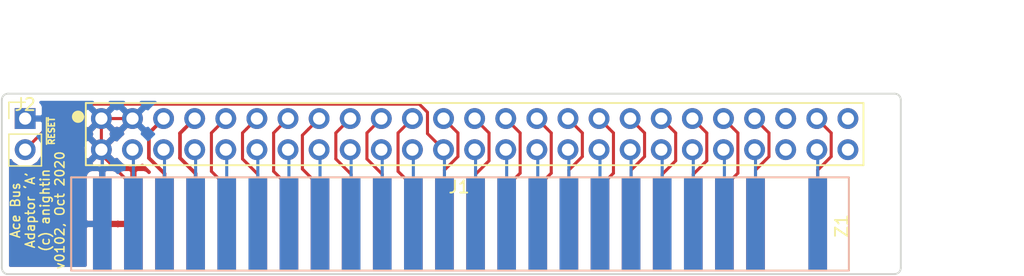
<source format=kicad_pcb>
(kicad_pcb (version 20171130) (host pcbnew "(5.0.1-3-g963ef8bb5)")

  (general
    (thickness 1.6)
    (drawings 16)
    (tracks 164)
    (zones 0)
    (modules 3)
    (nets 45)
  )

  (page A4)
  (layers
    (0 F.Cu signal)
    (31 B.Cu signal hide)
    (32 B.Adhes user hide)
    (33 F.Adhes user hide)
    (34 B.Paste user hide)
    (35 F.Paste user hide)
    (36 B.SilkS user hide)
    (37 F.SilkS user)
    (38 B.Mask user hide)
    (39 F.Mask user hide)
    (40 Dwgs.User user hide)
    (41 Cmts.User user)
    (42 Eco1.User user)
    (43 Eco2.User user)
    (44 Edge.Cuts user)
    (45 Margin user)
    (46 B.CrtYd user hide)
    (47 F.CrtYd user hide)
    (48 B.Fab user)
    (49 F.Fab user hide)
  )

  (setup
    (last_trace_width 0.25)
    (trace_clearance 0.2)
    (zone_clearance 0.508)
    (zone_45_only no)
    (trace_min 0.2)
    (segment_width 0.2)
    (edge_width 0.15)
    (via_size 0.8)
    (via_drill 0.4)
    (via_min_size 0.4)
    (via_min_drill 0.3)
    (uvia_size 0.3)
    (uvia_drill 0.1)
    (uvias_allowed no)
    (uvia_min_size 0.2)
    (uvia_min_drill 0.1)
    (pcb_text_width 0.3)
    (pcb_text_size 1.5 1.5)
    (mod_edge_width 0.15)
    (mod_text_size 1 1)
    (mod_text_width 0.15)
    (pad_size 1.524 1.524)
    (pad_drill 0.762)
    (pad_to_mask_clearance 0.051)
    (solder_mask_min_width 0.25)
    (aux_axis_origin 0 0)
    (visible_elements FFFEFF7F)
    (pcbplotparams
      (layerselection 0x010fc_ffffffff)
      (usegerberextensions false)
      (usegerberattributes false)
      (usegerberadvancedattributes false)
      (creategerberjobfile false)
      (excludeedgelayer true)
      (linewidth 0.100000)
      (plotframeref false)
      (viasonmask false)
      (mode 1)
      (useauxorigin false)
      (hpglpennumber 1)
      (hpglpenspeed 20)
      (hpglpendiameter 15.000000)
      (psnegative false)
      (psa4output false)
      (plotreference true)
      (plotvalue true)
      (plotinvisibletext false)
      (padsonsilk false)
      (subtractmaskfromsilk false)
      (outputformat 1)
      (mirror false)
      (drillshape 0)
      (scaleselection 1)
      (outputdirectory "Manufacturing"))
  )

  (net 0 "")
  (net 1 GND)
  (net 2 "Net-(J1-PadA14)")
  (net 3 "Net-(J1-PadA15)")
  (net 4 "Net-(J1-PadA16)")
  (net 5 "Net-(J1-PadA17)")
  (net 6 "Net-(J1-PadA18)")
  (net 7 "Net-(J1-PadA19)")
  (net 8 "Net-(J1-PadA20)")
  (net 9 "Net-(J1-PadA21)")
  (net 10 "Net-(J1-PadA22)")
  (net 11 "Net-(J1-PadA24)")
  (net 12 "Net-(J1-PadA13)")
  (net 13 "Net-(J1-PadA12)")
  (net 14 "Net-(J1-PadA11)")
  (net 15 "Net-(J1-PadA10)")
  (net 16 "Net-(J1-PadA9)")
  (net 17 "Net-(J1-PadA8)")
  (net 18 "Net-(J1-PadA7)")
  (net 19 "Net-(J1-PadA6)")
  (net 20 "Net-(J1-PadA5)")
  (net 21 "Net-(J1-PadA4)")
  (net 22 "Net-(J1-PadA3)")
  (net 23 "Net-(J1-PadB2)")
  (net 24 "Net-(J1-PadB3)")
  (net 25 "Net-(J1-PadB4)")
  (net 26 "Net-(J1-PadB5)")
  (net 27 "Net-(J1-PadB6)")
  (net 28 "Net-(J1-PadB7)")
  (net 29 "Net-(J1-PadB8)")
  (net 30 "Net-(J1-PadB9)")
  (net 31 "Net-(J1-PadB10)")
  (net 32 "Net-(J1-PadB11)")
  (net 33 "Net-(J1-PadB12)")
  (net 34 "Net-(J1-PadB13)")
  (net 35 "Net-(J1-PadB24)")
  (net 36 "Net-(J1-PadB22)")
  (net 37 "Net-(J1-PadB21)")
  (net 38 "Net-(J1-PadB20)")
  (net 39 "Net-(J1-PadB19)")
  (net 40 "Net-(J1-PadB18)")
  (net 41 "Net-(J1-PadB17)")
  (net 42 "Net-(J1-PadB16)")
  (net 43 "Net-(J1-PadB15)")
  (net 44 "Net-(J1-PadB14)")

  (net_class Default "This is the default net class."
    (clearance 0.2)
    (trace_width 0.25)
    (via_dia 0.8)
    (via_drill 0.4)
    (uvia_dia 0.3)
    (uvia_drill 0.1)
    (add_net GND)
    (add_net "Net-(J1-PadA10)")
    (add_net "Net-(J1-PadA11)")
    (add_net "Net-(J1-PadA12)")
    (add_net "Net-(J1-PadA13)")
    (add_net "Net-(J1-PadA14)")
    (add_net "Net-(J1-PadA15)")
    (add_net "Net-(J1-PadA16)")
    (add_net "Net-(J1-PadA17)")
    (add_net "Net-(J1-PadA18)")
    (add_net "Net-(J1-PadA19)")
    (add_net "Net-(J1-PadA20)")
    (add_net "Net-(J1-PadA21)")
    (add_net "Net-(J1-PadA22)")
    (add_net "Net-(J1-PadA24)")
    (add_net "Net-(J1-PadA5)")
    (add_net "Net-(J1-PadA6)")
    (add_net "Net-(J1-PadA7)")
    (add_net "Net-(J1-PadA8)")
    (add_net "Net-(J1-PadA9)")
    (add_net "Net-(J1-PadB10)")
    (add_net "Net-(J1-PadB11)")
    (add_net "Net-(J1-PadB12)")
    (add_net "Net-(J1-PadB13)")
    (add_net "Net-(J1-PadB14)")
    (add_net "Net-(J1-PadB15)")
    (add_net "Net-(J1-PadB16)")
    (add_net "Net-(J1-PadB17)")
    (add_net "Net-(J1-PadB18)")
    (add_net "Net-(J1-PadB19)")
    (add_net "Net-(J1-PadB2)")
    (add_net "Net-(J1-PadB20)")
    (add_net "Net-(J1-PadB21)")
    (add_net "Net-(J1-PadB22)")
    (add_net "Net-(J1-PadB24)")
    (add_net "Net-(J1-PadB3)")
    (add_net "Net-(J1-PadB4)")
    (add_net "Net-(J1-PadB5)")
    (add_net "Net-(J1-PadB6)")
    (add_net "Net-(J1-PadB7)")
    (add_net "Net-(J1-PadB8)")
    (add_net "Net-(J1-PadB9)")
  )

  (net_class 5V ""
    (clearance 0.2)
    (trace_width 0.3)
    (via_dia 0.8)
    (via_drill 0.4)
    (uvia_dia 0.3)
    (uvia_drill 0.1)
    (add_net "Net-(J1-PadA4)")
  )

  (net_class 9V ""
    (clearance 0.2)
    (trace_width 0.3)
    (via_dia 0.8)
    (via_drill 0.4)
    (uvia_dia 0.3)
    (uvia_drill 0.1)
    (add_net "Net-(J1-PadA3)")
  )

  (module Connector_PCBEdge:Ace_Bus_Edge_Connector (layer F.Cu) (tedit 5F4E8586) (tstamp 5F75C030)
    (at 147.649001 95.983001)
    (path /5F51814C)
    (fp_text reference Z1 (at 30.912999 0.155999 90) (layer F.SilkS)
      (effects (font (size 1 1) (thickness 0.15)))
    )
    (fp_text value AceBUS (at 0 -5.334) (layer F.Fab)
      (effects (font (size 1 1) (thickness 0.15)))
    )
    (fp_line (start 31.496 3.81) (end -30.734 3.81) (layer F.SilkS) (width 0.15))
    (fp_line (start 31.496 -3.81) (end 31.496 3.81) (layer F.SilkS) (width 0.15))
    (fp_line (start -30.734 -3.81) (end 31.496 -3.81) (layer F.SilkS) (width 0.15))
    (fp_line (start -30.734 -3.81) (end -32.004 -3.81) (layer F.SilkS) (width 0.15))
    (fp_line (start -30.734 3.81) (end -32.004 3.81) (layer F.SilkS) (width 0.15))
    (fp_line (start -32.004 -3.81) (end -32.004 3.81) (layer F.SilkS) (width 0.15))
    (fp_line (start -32.004 3.81) (end -32.004 -3.81) (layer B.SilkS) (width 0.15))
    (fp_line (start 31.496 3.81) (end -32.004 3.81) (layer B.SilkS) (width 0.15))
    (fp_line (start 31.496 -3.81) (end 31.496 3.81) (layer B.SilkS) (width 0.15))
    (fp_line (start -32.004 -3.81) (end 31.496 -3.81) (layer B.SilkS) (width 0.15))
    (pad A14 smd rect (at 3.556 0) (size 1.524 7.62) (layers F.Cu F.Paste F.Mask)
      (net 2 "Net-(J1-PadA14)"))
    (pad A15 smd rect (at 6.096 0) (size 1.524 7.62) (layers F.Cu F.Paste F.Mask)
      (net 3 "Net-(J1-PadA15)"))
    (pad A16 smd rect (at 8.636 0) (size 1.524 7.62) (layers F.Cu F.Paste F.Mask)
      (net 4 "Net-(J1-PadA16)"))
    (pad A17 smd rect (at 11.176 0) (size 1.524 7.62) (layers F.Cu F.Paste F.Mask)
      (net 5 "Net-(J1-PadA17)"))
    (pad A21 smd rect (at 21.336 0) (size 1.524 7.62) (layers F.Cu F.Paste F.Mask)
      (net 9 "Net-(J1-PadA21)"))
    (pad A20 smd rect (at 18.796 0) (size 1.524 7.62) (layers F.Cu F.Paste F.Mask)
      (net 8 "Net-(J1-PadA20)"))
    (pad A19 smd rect (at 16.256 0) (size 1.524 7.62) (layers F.Cu F.Paste F.Mask)
      (net 7 "Net-(J1-PadA19)"))
    (pad A18 smd rect (at 13.716 0) (size 1.524 7.62) (layers F.Cu F.Paste F.Mask)
      (net 6 "Net-(J1-PadA18)"))
    (pad A5 smd rect (at -19.304 0) (size 1.524 7.62) (layers F.Cu F.Paste F.Mask)
      (net 20 "Net-(J1-PadA5)"))
    (pad A24 smd rect (at 28.956 0) (size 1.524 7.62) (layers F.Cu F.Paste F.Mask)
      (net 11 "Net-(J1-PadA24)"))
    (pad A22 smd rect (at 23.876 0) (size 1.524 7.62) (layers F.Cu F.Paste F.Mask)
      (net 10 "Net-(J1-PadA22)"))
    (pad A6 smd rect (at -16.764 0) (size 1.524 7.62) (layers F.Cu F.Paste F.Mask)
      (net 19 "Net-(J1-PadA6)"))
    (pad A7 smd rect (at -14.224 0) (size 1.524 7.62) (layers F.Cu F.Paste F.Mask)
      (net 18 "Net-(J1-PadA7)"))
    (pad A8 smd rect (at -11.684 0) (size 1.524 7.62) (layers F.Cu F.Paste F.Mask)
      (net 17 "Net-(J1-PadA8)"))
    (pad A9 smd rect (at -9.144 0) (size 1.524 7.62) (layers F.Cu F.Paste F.Mask)
      (net 16 "Net-(J1-PadA9)"))
    (pad A13 smd rect (at 1.016 0) (size 1.524 7.62) (layers F.Cu F.Paste F.Mask)
      (net 12 "Net-(J1-PadA13)"))
    (pad A12 smd rect (at -1.524 0) (size 1.524 7.62) (layers F.Cu F.Paste F.Mask)
      (net 13 "Net-(J1-PadA12)"))
    (pad A11 smd rect (at -4.064 0) (size 1.524 7.62) (layers F.Cu F.Paste F.Mask)
      (net 14 "Net-(J1-PadA11)"))
    (pad A10 smd rect (at -6.604 0) (size 1.524 7.62) (layers F.Cu F.Paste F.Mask)
      (net 15 "Net-(J1-PadA10)"))
    (pad A3 smd rect (at -24.384 0) (size 1.524 7.62) (layers F.Cu F.Paste F.Mask)
      (net 22 "Net-(J1-PadA3)"))
    (pad A4 smd rect (at -21.844 0) (size 1.524 7.62) (layers F.Cu F.Paste F.Mask)
      (net 21 "Net-(J1-PadA4)"))
    (pad A2 smd rect (at -26.924 0) (size 1.524 7.62) (layers F.Cu F.Paste F.Mask)
      (net 1 GND))
    (pad A1 smd rect (at -29.464 0) (size 1.524 7.62) (layers F.Cu F.Paste F.Mask)
      (net 1 GND))
    (pad B1 smd rect (at -29.464 0) (size 1.524 7.62) (layers B.Cu B.Paste B.Mask)
      (net 1 GND))
    (pad B2 smd rect (at -26.924 0) (size 1.524 7.62) (layers B.Cu B.Paste B.Mask)
      (net 23 "Net-(J1-PadB2)"))
    (pad B4 smd rect (at -21.844 0) (size 1.524 7.62) (layers B.Cu B.Paste B.Mask)
      (net 25 "Net-(J1-PadB4)"))
    (pad B3 smd rect (at -24.384 0) (size 1.524 7.62) (layers B.Cu B.Paste B.Mask)
      (net 24 "Net-(J1-PadB3)"))
    (pad B10 smd rect (at -6.604 0) (size 1.524 7.62) (layers B.Cu B.Paste B.Mask)
      (net 31 "Net-(J1-PadB10)"))
    (pad B11 smd rect (at -4.064 0) (size 1.524 7.62) (layers B.Cu B.Paste B.Mask)
      (net 32 "Net-(J1-PadB11)"))
    (pad B12 smd rect (at -1.524 0) (size 1.524 7.62) (layers B.Cu B.Paste B.Mask)
      (net 33 "Net-(J1-PadB12)"))
    (pad B13 smd rect (at 1.016 0) (size 1.524 7.62) (layers B.Cu B.Paste B.Mask)
      (net 34 "Net-(J1-PadB13)"))
    (pad B9 smd rect (at -9.144 0) (size 1.524 7.62) (layers B.Cu B.Paste B.Mask)
      (net 30 "Net-(J1-PadB9)"))
    (pad B8 smd rect (at -11.684 0) (size 1.524 7.62) (layers B.Cu B.Paste B.Mask)
      (net 29 "Net-(J1-PadB8)"))
    (pad B7 smd rect (at -14.224 0) (size 1.524 7.62) (layers B.Cu B.Paste B.Mask)
      (net 28 "Net-(J1-PadB7)"))
    (pad B6 smd rect (at -16.764 0) (size 1.524 7.62) (layers B.Cu B.Paste B.Mask)
      (net 27 "Net-(J1-PadB6)"))
    (pad B22 smd rect (at 23.876 0) (size 1.524 7.62) (layers B.Cu B.Paste B.Mask)
      (net 36 "Net-(J1-PadB22)"))
    (pad B24 smd rect (at 28.956 0) (size 1.524 7.62) (layers B.Cu B.Paste B.Mask)
      (net 35 "Net-(J1-PadB24)"))
    (pad B5 smd rect (at -19.304 0) (size 1.524 7.62) (layers B.Cu B.Paste B.Mask)
      (net 26 "Net-(J1-PadB5)"))
    (pad B18 smd rect (at 13.716 0) (size 1.524 7.62) (layers B.Cu B.Paste B.Mask)
      (net 40 "Net-(J1-PadB18)"))
    (pad B19 smd rect (at 16.256 0) (size 1.524 7.62) (layers B.Cu B.Paste B.Mask)
      (net 39 "Net-(J1-PadB19)"))
    (pad B20 smd rect (at 18.796 0) (size 1.524 7.62) (layers B.Cu B.Paste B.Mask)
      (net 38 "Net-(J1-PadB20)"))
    (pad B21 smd rect (at 21.336 0) (size 1.524 7.62) (layers B.Cu B.Paste B.Mask)
      (net 37 "Net-(J1-PadB21)"))
    (pad B17 smd rect (at 11.176 0) (size 1.524 7.62) (layers B.Cu B.Paste B.Mask)
      (net 41 "Net-(J1-PadB17)"))
    (pad B16 smd rect (at 8.636 0) (size 1.524 7.62) (layers B.Cu B.Paste B.Mask)
      (net 42 "Net-(J1-PadB16)"))
    (pad B15 smd rect (at 6.096 0) (size 1.524 7.62) (layers B.Cu B.Paste B.Mask)
      (net 43 "Net-(J1-PadB15)"))
    (pad B14 smd rect (at 3.556 0) (size 1.524 7.62) (layers B.Cu B.Paste B.Mask)
      (net 44 "Net-(J1-PadB14)"))
  )

  (module Connector_PinHeader_2.54mm:PinHeader_1x02_P2.54mm_Vertical (layer F.Cu) (tedit 59FED5CC) (tstamp 5F75BFF4)
    (at 111.887 87.376)
    (descr "Through hole straight pin header, 1x02, 2.54mm pitch, single row")
    (tags "Through hole pin header THT 1x02 2.54mm single row")
    (path /5F58AC6B)
    (fp_text reference J2 (at 0 -1.143) (layer F.SilkS)
      (effects (font (size 1 1) (thickness 0.15)))
    )
    (fp_text value ~RESET_SW (at 0 4.87) (layer F.Fab)
      (effects (font (size 1 1) (thickness 0.15)))
    )
    (fp_line (start -0.635 -1.27) (end 1.27 -1.27) (layer F.Fab) (width 0.1))
    (fp_line (start 1.27 -1.27) (end 1.27 3.81) (layer F.Fab) (width 0.1))
    (fp_line (start 1.27 3.81) (end -1.27 3.81) (layer F.Fab) (width 0.1))
    (fp_line (start -1.27 3.81) (end -1.27 -0.635) (layer F.Fab) (width 0.1))
    (fp_line (start -1.27 -0.635) (end -0.635 -1.27) (layer F.Fab) (width 0.1))
    (fp_line (start -1.33 3.87) (end 1.33 3.87) (layer F.SilkS) (width 0.12))
    (fp_line (start -1.33 1.27) (end -1.33 3.87) (layer F.SilkS) (width 0.12))
    (fp_line (start 1.33 1.27) (end 1.33 3.87) (layer F.SilkS) (width 0.12))
    (fp_line (start -1.33 1.27) (end 1.33 1.27) (layer F.SilkS) (width 0.12))
    (fp_line (start -1.33 0) (end -1.33 -1.33) (layer F.SilkS) (width 0.12))
    (fp_line (start -1.33 -1.33) (end 0 -1.33) (layer F.SilkS) (width 0.12))
    (fp_line (start -1.8 -1.8) (end -1.8 4.35) (layer F.CrtYd) (width 0.05))
    (fp_line (start -1.8 4.35) (end 1.8 4.35) (layer F.CrtYd) (width 0.05))
    (fp_line (start 1.8 4.35) (end 1.8 -1.8) (layer F.CrtYd) (width 0.05))
    (fp_line (start 1.8 -1.8) (end -1.8 -1.8) (layer F.CrtYd) (width 0.05))
    (fp_text user %R (at 0 1.27 90) (layer F.Fab)
      (effects (font (size 1 1) (thickness 0.15)))
    )
    (pad 1 thru_hole rect (at 0 0) (size 1.7 1.7) (drill 1) (layers *.Cu *.Mask)
      (net 1 GND))
    (pad 2 thru_hole oval (at 0 2.54) (size 1.7 1.7) (drill 1) (layers *.Cu *.Mask)
      (net 33 "Net-(J1-PadB12)"))
    (model ${KISYS3DMOD}/Connector_PinHeader_2.54mm.3dshapes/PinHeader_1x02_P2.54mm_Vertical.wrl
      (at (xyz 0 0 0))
      (scale (xyz 1 1 1))
      (rotate (xyz 0 0 0))
    )
  )

  (module Connector_PinHeader_2.54mm:Ace_Bus_Pin_Header (layer F.Cu) (tedit 5F762324) (tstamp 5F888D43)
    (at 147.32 88.646)
    (path /5F5245D3)
    (fp_text reference J1 (at 0 4.318) (layer F.SilkS)
      (effects (font (size 1 1) (thickness 0.15)))
    )
    (fp_text value AceBUS_Pin_Header (at 0 -4.318) (layer F.Fab)
      (effects (font (size 1 1) (thickness 0.15)))
    )
    (fp_line (start 33.02 -2.54) (end -30.48 -2.54) (layer F.SilkS) (width 0.15))
    (fp_line (start 33.02 2.54) (end 33.02 -2.54) (layer F.SilkS) (width 0.15))
    (fp_line (start -30.48 2.54) (end 33.02 2.54) (layer F.SilkS) (width 0.15))
    (fp_line (start -30.48 -2.54) (end -30.48 2.54) (layer F.SilkS) (width 0.15))
    (pad A14 thru_hole circle (at 3.81 -1.27) (size 1.7 1.7) (drill 1) (layers *.Cu *.Mask)
      (net 2 "Net-(J1-PadA14)"))
    (pad A15 thru_hole circle (at 6.35 -1.27) (size 1.7 1.7) (drill 1) (layers *.Cu *.Mask)
      (net 3 "Net-(J1-PadA15)"))
    (pad A16 thru_hole circle (at 8.89 -1.27) (size 1.7 1.7) (drill 1) (layers *.Cu *.Mask)
      (net 4 "Net-(J1-PadA16)"))
    (pad A17 thru_hole circle (at 11.43 -1.27) (size 1.7 1.7) (drill 1) (layers *.Cu *.Mask)
      (net 5 "Net-(J1-PadA17)"))
    (pad A18 thru_hole circle (at 13.97 -1.27) (size 1.7 1.7) (drill 1) (layers *.Cu *.Mask)
      (net 6 "Net-(J1-PadA18)"))
    (pad A19 thru_hole circle (at 16.51 -1.27) (size 1.7 1.7) (drill 1) (layers *.Cu *.Mask)
      (net 7 "Net-(J1-PadA19)"))
    (pad A20 thru_hole circle (at 19.05 -1.27) (size 1.7 1.7) (drill 1) (layers *.Cu *.Mask)
      (net 8 "Net-(J1-PadA20)"))
    (pad A21 thru_hole circle (at 21.59 -1.27) (size 1.7 1.7) (drill 1) (layers *.Cu *.Mask)
      (net 9 "Net-(J1-PadA21)"))
    (pad A22 thru_hole circle (at 24.13 -1.27) (size 1.7 1.7) (drill 1) (layers *.Cu *.Mask)
      (net 10 "Net-(J1-PadA22)"))
    (pad "" thru_hole circle (at 26.67 -1.27) (size 1.7 1.7) (drill 1) (layers *.Cu *.Mask))
    (pad A24 thru_hole circle (at 29.21 -1.27) (size 1.7 1.7) (drill 1) (layers *.Cu *.Mask)
      (net 11 "Net-(J1-PadA24)"))
    (pad A13 thru_hole circle (at 1.27 -1.27) (size 1.7 1.7) (drill 1) (layers *.Cu *.Mask)
      (net 12 "Net-(J1-PadA13)"))
    (pad A12 thru_hole circle (at -1.27 -1.27) (size 1.7 1.7) (drill 1) (layers *.Cu *.Mask)
      (net 13 "Net-(J1-PadA12)"))
    (pad A11 thru_hole circle (at -3.81 -1.27) (size 1.7 1.7) (drill 1) (layers *.Cu *.Mask)
      (net 14 "Net-(J1-PadA11)"))
    (pad A10 thru_hole circle (at -6.35 -1.27) (size 1.7 1.7) (drill 1) (layers *.Cu *.Mask)
      (net 15 "Net-(J1-PadA10)"))
    (pad A9 thru_hole circle (at -8.89 -1.27) (size 1.7 1.7) (drill 1) (layers *.Cu *.Mask)
      (net 16 "Net-(J1-PadA9)"))
    (pad A8 thru_hole circle (at -11.43 -1.27) (size 1.7 1.7) (drill 1) (layers *.Cu *.Mask)
      (net 17 "Net-(J1-PadA8)"))
    (pad A7 thru_hole circle (at -13.97 -1.27) (size 1.7 1.7) (drill 1) (layers *.Cu *.Mask)
      (net 18 "Net-(J1-PadA7)"))
    (pad A6 thru_hole circle (at -16.51 -1.27) (size 1.7 1.7) (drill 1) (layers *.Cu *.Mask)
      (net 19 "Net-(J1-PadA6)"))
    (pad A5 thru_hole circle (at -19.05 -1.27) (size 1.7 1.7) (drill 1) (layers *.Cu *.Mask)
      (net 20 "Net-(J1-PadA5)"))
    (pad A4 thru_hole circle (at -21.59 -1.27) (size 1.7 1.7) (drill 1) (layers *.Cu *.Mask)
      (net 21 "Net-(J1-PadA4)"))
    (pad A3 thru_hole circle (at -24.13 -1.27) (size 1.7 1.7) (drill 1) (layers *.Cu *.Mask)
      (net 22 "Net-(J1-PadA3)"))
    (pad A2 thru_hole circle (at -26.67 -1.27) (size 1.7 1.7) (drill 1) (layers *.Cu *.Mask)
      (net 1 GND))
    (pad A1 thru_hole circle (at -29.21 -1.27) (size 1.7 1.7) (drill 1) (layers *.Cu *.Mask)
      (net 1 GND))
    (pad B1 thru_hole circle (at -29.21 1.27) (size 1.7 1.7) (drill 1) (layers *.Cu *.Mask)
      (net 1 GND))
    (pad B2 thru_hole circle (at -26.67 1.27) (size 1.7 1.7) (drill 1) (layers *.Cu *.Mask)
      (net 23 "Net-(J1-PadB2)"))
    (pad B3 thru_hole circle (at -24.13 1.27) (size 1.7 1.7) (drill 1) (layers *.Cu *.Mask)
      (net 24 "Net-(J1-PadB3)"))
    (pad B4 thru_hole circle (at -21.59 1.27) (size 1.7 1.7) (drill 1) (layers *.Cu *.Mask)
      (net 25 "Net-(J1-PadB4)"))
    (pad B5 thru_hole circle (at -19.05 1.27) (size 1.7 1.7) (drill 1) (layers *.Cu *.Mask)
      (net 26 "Net-(J1-PadB5)"))
    (pad B6 thru_hole circle (at -16.51 1.27) (size 1.7 1.7) (drill 1) (layers *.Cu *.Mask)
      (net 27 "Net-(J1-PadB6)"))
    (pad B7 thru_hole circle (at -13.97 1.27) (size 1.7 1.7) (drill 1) (layers *.Cu *.Mask)
      (net 28 "Net-(J1-PadB7)"))
    (pad B8 thru_hole circle (at -11.43 1.27) (size 1.7 1.7) (drill 1) (layers *.Cu *.Mask)
      (net 29 "Net-(J1-PadB8)"))
    (pad B9 thru_hole circle (at -8.89 1.27) (size 1.7 1.7) (drill 1) (layers *.Cu *.Mask)
      (net 30 "Net-(J1-PadB9)"))
    (pad B10 thru_hole circle (at -6.35 1.27) (size 1.7 1.7) (drill 1) (layers *.Cu *.Mask)
      (net 31 "Net-(J1-PadB10)"))
    (pad B11 thru_hole circle (at -3.81 1.27) (size 1.7 1.7) (drill 1) (layers *.Cu *.Mask)
      (net 32 "Net-(J1-PadB11)"))
    (pad B12 thru_hole circle (at -1.27 1.27) (size 1.7 1.7) (drill 1) (layers *.Cu *.Mask)
      (net 33 "Net-(J1-PadB12)"))
    (pad B13 thru_hole circle (at 1.27 1.27) (size 1.7 1.7) (drill 1) (layers *.Cu *.Mask)
      (net 34 "Net-(J1-PadB13)"))
    (pad B24 thru_hole circle (at 29.21 1.27) (size 1.7 1.7) (drill 1) (layers *.Cu *.Mask)
      (net 35 "Net-(J1-PadB24)"))
    (pad "" thru_hole circle (at 26.67 1.27) (size 1.7 1.7) (drill 1) (layers *.Cu *.Mask))
    (pad B22 thru_hole circle (at 24.13 1.27) (size 1.7 1.7) (drill 1) (layers *.Cu *.Mask)
      (net 36 "Net-(J1-PadB22)"))
    (pad B21 thru_hole circle (at 21.59 1.27) (size 1.7 1.7) (drill 1) (layers *.Cu *.Mask)
      (net 37 "Net-(J1-PadB21)"))
    (pad B20 thru_hole circle (at 19.05 1.27) (size 1.7 1.7) (drill 1) (layers *.Cu *.Mask)
      (net 38 "Net-(J1-PadB20)"))
    (pad B19 thru_hole circle (at 16.51 1.27) (size 1.7 1.7) (drill 1) (layers *.Cu *.Mask)
      (net 39 "Net-(J1-PadB19)"))
    (pad B18 thru_hole circle (at 13.97 1.27) (size 1.7 1.7) (drill 1) (layers *.Cu *.Mask)
      (net 40 "Net-(J1-PadB18)"))
    (pad B17 thru_hole circle (at 11.43 1.27) (size 1.7 1.7) (drill 1) (layers *.Cu *.Mask)
      (net 41 "Net-(J1-PadB17)"))
    (pad B16 thru_hole circle (at 8.89 1.27) (size 1.7 1.7) (drill 1) (layers *.Cu *.Mask)
      (net 42 "Net-(J1-PadB16)"))
    (pad B15 thru_hole circle (at 6.35 1.27) (size 1.7 1.7) (drill 1) (layers *.Cu *.Mask)
      (net 43 "Net-(J1-PadB15)"))
    (pad B14 thru_hole circle (at 3.81 1.27) (size 1.7 1.7) (drill 1) (layers *.Cu *.Mask)
      (net 44 "Net-(J1-PadB14)"))
    (pad A25 thru_hole circle (at 31.75 -1.27) (size 1.7 1.7) (drill 1) (layers *.Cu *.Mask))
    (pad B25 thru_hole circle (at 31.75 1.27) (size 1.7 1.7) (drill 1) (layers *.Cu *.Mask))
  )

  (gr_circle (center 116.205 87.228391) (end 116.586 87.355391) (layer F.SilkS) (width 0.2))
  (gr_circle (center 116.332 87.249) (end 116.459 87.376) (layer F.SilkS) (width 0.2))
  (gr_circle (center 116.205 87.249) (end 116.459 87.376) (layer F.SilkS) (width 0.2))
  (gr_circle (center 116.205 87.249) (end 116.332 87.249) (layer F.SilkS) (width 0.2))
  (dimension 73.406 (width 0.3) (layer Cmts.User)
    (gr_text "73.406 mm" (at 146.685 78.799) (layer Cmts.User)
      (effects (font (size 1.5 1.5) (thickness 0.3)))
    )
    (feature1 (pts (xy 183.388 84.963) (xy 183.388 80.312579)))
    (feature2 (pts (xy 109.982 84.963) (xy 109.982 80.312579)))
    (crossbar (pts (xy 109.982 80.899) (xy 183.388 80.899)))
    (arrow1a (pts (xy 183.388 80.899) (xy 182.261496 81.485421)))
    (arrow1b (pts (xy 183.388 80.899) (xy 182.261496 80.312579)))
    (arrow2a (pts (xy 109.982 80.899) (xy 111.108504 81.485421)))
    (arrow2b (pts (xy 109.982 80.899) (xy 111.108504 80.312579)))
  )
  (dimension 14.732 (width 0.3) (layer Cmts.User)
    (gr_text "14.732 mm" (at 191.518264 92.71 90) (layer Cmts.User)
      (effects (font (size 1.5 1.5) (thickness 0.3)))
    )
    (feature1 (pts (xy 184.211071 85.344) (xy 190.004685 85.344)))
    (feature2 (pts (xy 184.211071 100.076) (xy 190.004685 100.076)))
    (crossbar (pts (xy 189.418264 100.076) (xy 189.418264 85.344)))
    (arrow1a (pts (xy 189.418264 85.344) (xy 190.004685 86.470504)))
    (arrow1b (pts (xy 189.418264 85.344) (xy 188.831843 86.470504)))
    (arrow2a (pts (xy 189.418264 100.076) (xy 190.004685 98.949496)))
    (arrow2b (pts (xy 189.418264 100.076) (xy 188.831843 98.949496)))
  )
  (gr_text ~RESET (at 114.046 88.392 90) (layer F.SilkS)
    (effects (font (size 0.5 0.5) (thickness 0.125)))
  )
  (gr_text "Ace Bus\nAdaptor ‘A’\n(c) anightin\nv0102, Oct 2020" (at 112.903 94.869 90) (layer F.SilkS)
    (effects (font (size 0.75 0.75) (thickness 0.125)))
  )
  (gr_line (start 109.982 99.568) (end 109.982 85.852) (angle 90) (layer Edge.Cuts) (width 0.15) (tstamp 5F4E8319))
  (gr_arc (start 110.505634 99.568) (end 110.378634 100.076) (angle 75.96375653) (layer Edge.Cuts) (width 0.15) (tstamp 5F4E831B))
  (gr_arc (start 182.88 99.568) (end 183.388 99.568) (angle 90) (layer Edge.Cuts) (width 0.15) (tstamp 5F4E831A))
  (gr_line (start 110.49 85.344) (end 182.88 85.344) (angle 90) (layer Edge.Cuts) (width 0.15) (tstamp 5F4E8319))
  (gr_arc (start 182.88 85.852) (end 182.88 85.344) (angle 90) (layer Edge.Cuts) (width 0.15) (tstamp 5F4E831A))
  (gr_line (start 183.388 99.568) (end 183.388 85.852) (layer Edge.Cuts) (width 0.15))
  (gr_line (start 110.363 100.076) (end 182.88 100.076) (angle 90) (layer Edge.Cuts) (width 0.15) (tstamp 5F4E8319))
  (gr_arc (start 110.49 85.852) (end 109.982 85.852) (angle 90) (layer Edge.Cuts) (width 0.15) (tstamp 5F4E831A))

  (segment (start 118.185001 89.991001) (end 118.11 89.916) (width 0.25) (layer B.Cu) (net 1))
  (segment (start 118.185001 95.983001) (end 118.185001 89.991001) (width 0.25) (layer B.Cu) (net 1))
  (segment (start 118.185001 89.991001) (end 118.11 89.916) (width 0.25) (layer F.Cu) (net 1))
  (segment (start 118.185001 95.983001) (end 118.185001 89.991001) (width 0.25) (layer F.Cu) (net 1))
  (segment (start 118.11 89.916) (end 118.11 87.376) (width 0.25) (layer F.Cu) (net 1))
  (segment (start 118.11 87.376) (end 120.65 87.376) (width 0.25) (layer F.Cu) (net 1))
  (segment (start 118.11 90.32) (end 118.11 89.916) (width 0.25) (layer F.Cu) (net 1))
  (segment (start 120.725001 92.935001) (end 118.11 90.32) (width 0.25) (layer F.Cu) (net 1))
  (segment (start 120.725001 95.983001) (end 120.725001 92.935001) (width 0.25) (layer F.Cu) (net 1))
  (segment (start 152.305001 88.551001) (end 151.979999 88.225999) (width 0.25) (layer F.Cu) (net 2))
  (segment (start 152.305001 91.835001) (end 152.305001 88.551001) (width 0.25) (layer F.Cu) (net 2))
  (segment (start 151.205001 92.935001) (end 152.305001 91.835001) (width 0.25) (layer F.Cu) (net 2))
  (segment (start 151.979999 88.225999) (end 151.13 87.376) (width 0.25) (layer F.Cu) (net 2))
  (segment (start 151.205001 95.983001) (end 151.205001 92.935001) (width 0.25) (layer F.Cu) (net 2))
  (segment (start 154.845001 88.551001) (end 154.519999 88.225999) (width 0.25) (layer F.Cu) (net 3))
  (segment (start 154.845001 91.835001) (end 154.845001 88.551001) (width 0.25) (layer F.Cu) (net 3))
  (segment (start 154.519999 88.225999) (end 153.67 87.376) (width 0.25) (layer F.Cu) (net 3))
  (segment (start 153.745001 92.935001) (end 154.845001 91.835001) (width 0.25) (layer F.Cu) (net 3))
  (segment (start 153.745001 95.983001) (end 153.745001 92.935001) (width 0.25) (layer F.Cu) (net 3))
  (segment (start 157.059999 88.225999) (end 156.21 87.376) (width 0.25) (layer F.Cu) (net 4))
  (segment (start 157.385001 88.551001) (end 157.059999 88.225999) (width 0.25) (layer F.Cu) (net 4))
  (segment (start 157.385001 90.480001) (end 157.385001 88.551001) (width 0.25) (layer F.Cu) (net 4))
  (segment (start 156.285001 91.580001) (end 157.385001 90.480001) (width 0.25) (layer F.Cu) (net 4))
  (segment (start 156.285001 95.983001) (end 156.285001 91.580001) (width 0.25) (layer F.Cu) (net 4))
  (segment (start 159.599999 88.225999) (end 158.75 87.376) (width 0.25) (layer F.Cu) (net 5))
  (segment (start 159.925001 88.551001) (end 159.599999 88.225999) (width 0.25) (layer F.Cu) (net 5))
  (segment (start 158.825001 92.935001) (end 159.925001 91.835001) (width 0.25) (layer F.Cu) (net 5))
  (segment (start 159.925001 91.835001) (end 159.925001 88.551001) (width 0.25) (layer F.Cu) (net 5))
  (segment (start 158.825001 95.983001) (end 158.825001 92.935001) (width 0.25) (layer F.Cu) (net 5))
  (segment (start 162.465001 88.551001) (end 162.139999 88.225999) (width 0.25) (layer F.Cu) (net 6))
  (segment (start 162.465001 90.480001) (end 162.465001 88.551001) (width 0.25) (layer F.Cu) (net 6))
  (segment (start 161.365001 91.580001) (end 162.465001 90.480001) (width 0.25) (layer F.Cu) (net 6))
  (segment (start 162.139999 88.225999) (end 161.29 87.376) (width 0.25) (layer F.Cu) (net 6))
  (segment (start 161.365001 95.983001) (end 161.365001 91.580001) (width 0.25) (layer F.Cu) (net 6))
  (segment (start 164.679999 88.225999) (end 163.83 87.376) (width 0.25) (layer F.Cu) (net 7))
  (segment (start 165.005001 90.823001) (end 165.005001 88.551001) (width 0.25) (layer F.Cu) (net 7))
  (segment (start 163.905001 91.923001) (end 165.005001 90.823001) (width 0.25) (layer F.Cu) (net 7))
  (segment (start 165.005001 88.551001) (end 164.679999 88.225999) (width 0.25) (layer F.Cu) (net 7))
  (segment (start 163.905001 95.983001) (end 163.905001 91.923001) (width 0.25) (layer F.Cu) (net 7))
  (segment (start 167.219999 88.225999) (end 166.37 87.376) (width 0.25) (layer F.Cu) (net 8))
  (segment (start 167.545001 88.551001) (end 167.219999 88.225999) (width 0.25) (layer F.Cu) (net 8))
  (segment (start 167.545001 90.823001) (end 167.545001 88.551001) (width 0.25) (layer F.Cu) (net 8))
  (segment (start 166.445001 91.923001) (end 167.545001 90.823001) (width 0.25) (layer F.Cu) (net 8))
  (segment (start 166.445001 95.983001) (end 166.445001 91.923001) (width 0.25) (layer F.Cu) (net 8))
  (segment (start 169.759999 88.225999) (end 168.91 87.376) (width 0.25) (layer F.Cu) (net 9))
  (segment (start 170.085001 91.835001) (end 170.085001 88.551001) (width 0.25) (layer F.Cu) (net 9))
  (segment (start 168.985001 92.935001) (end 170.085001 91.835001) (width 0.25) (layer F.Cu) (net 9))
  (segment (start 170.085001 88.551001) (end 169.759999 88.225999) (width 0.25) (layer F.Cu) (net 9))
  (segment (start 168.985001 95.983001) (end 168.985001 92.935001) (width 0.25) (layer F.Cu) (net 9))
  (segment (start 172.299999 88.225999) (end 171.45 87.376) (width 0.25) (layer F.Cu) (net 10))
  (segment (start 172.625001 88.551001) (end 172.299999 88.225999) (width 0.25) (layer F.Cu) (net 10))
  (segment (start 172.625001 90.480001) (end 172.625001 88.551001) (width 0.25) (layer F.Cu) (net 10))
  (segment (start 171.525001 91.580001) (end 172.625001 90.480001) (width 0.25) (layer F.Cu) (net 10))
  (segment (start 171.525001 95.983001) (end 171.525001 91.580001) (width 0.25) (layer F.Cu) (net 10))
  (segment (start 177.379999 88.225999) (end 176.53 87.376) (width 0.25) (layer F.Cu) (net 11))
  (segment (start 177.705001 90.480001) (end 177.705001 88.551001) (width 0.25) (layer F.Cu) (net 11))
  (segment (start 177.705001 88.551001) (end 177.379999 88.225999) (width 0.25) (layer F.Cu) (net 11))
  (segment (start 176.605001 91.580001) (end 177.705001 90.480001) (width 0.25) (layer F.Cu) (net 11))
  (segment (start 176.605001 95.983001) (end 176.605001 91.580001) (width 0.25) (layer F.Cu) (net 11))
  (segment (start 149.439999 88.225999) (end 148.59 87.376) (width 0.25) (layer F.Cu) (net 12))
  (segment (start 149.765001 88.551001) (end 149.439999 88.225999) (width 0.25) (layer F.Cu) (net 12))
  (segment (start 148.665001 91.923001) (end 149.765001 90.823001) (width 0.25) (layer F.Cu) (net 12))
  (segment (start 149.765001 90.823001) (end 149.765001 88.551001) (width 0.25) (layer F.Cu) (net 12))
  (segment (start 148.665001 95.983001) (end 148.665001 91.923001) (width 0.25) (layer F.Cu) (net 12))
  (segment (start 147.225001 90.480001) (end 147.225001 88.551001) (width 0.25) (layer F.Cu) (net 13))
  (segment (start 146.125001 91.580001) (end 147.225001 90.480001) (width 0.25) (layer F.Cu) (net 13))
  (segment (start 146.899999 88.225999) (end 146.05 87.376) (width 0.25) (layer F.Cu) (net 13))
  (segment (start 147.225001 88.551001) (end 146.899999 88.225999) (width 0.25) (layer F.Cu) (net 13))
  (segment (start 146.125001 95.983001) (end 146.125001 91.580001) (width 0.25) (layer F.Cu) (net 13))
  (segment (start 142.660001 88.225999) (end 143.51 87.376) (width 0.25) (layer F.Cu) (net 14))
  (segment (start 142.334999 88.551001) (end 142.660001 88.225999) (width 0.25) (layer F.Cu) (net 14))
  (segment (start 142.334999 91.684999) (end 142.334999 88.551001) (width 0.25) (layer F.Cu) (net 14))
  (segment (start 143.585001 92.935001) (end 142.334999 91.684999) (width 0.25) (layer F.Cu) (net 14))
  (segment (start 143.585001 95.983001) (end 143.585001 92.935001) (width 0.25) (layer F.Cu) (net 14))
  (segment (start 140.120001 88.225999) (end 140.97 87.376) (width 0.25) (layer F.Cu) (net 15))
  (segment (start 139.794999 90.672999) (end 139.794999 88.551001) (width 0.25) (layer F.Cu) (net 15))
  (segment (start 141.045001 91.923001) (end 139.794999 90.672999) (width 0.25) (layer F.Cu) (net 15))
  (segment (start 139.794999 88.551001) (end 140.120001 88.225999) (width 0.25) (layer F.Cu) (net 15))
  (segment (start 141.045001 95.983001) (end 141.045001 91.923001) (width 0.25) (layer F.Cu) (net 15))
  (segment (start 137.580001 88.225999) (end 138.43 87.376) (width 0.25) (layer F.Cu) (net 16))
  (segment (start 137.254999 88.551001) (end 137.580001 88.225999) (width 0.25) (layer F.Cu) (net 16))
  (segment (start 137.254999 90.672999) (end 137.254999 88.551001) (width 0.25) (layer F.Cu) (net 16))
  (segment (start 138.505001 91.923001) (end 137.254999 90.672999) (width 0.25) (layer F.Cu) (net 16))
  (segment (start 138.505001 95.983001) (end 138.505001 91.923001) (width 0.25) (layer F.Cu) (net 16))
  (segment (start 134.525001 91.495001) (end 134.525001 88.740999) (width 0.25) (layer F.Cu) (net 17))
  (segment (start 135.965001 92.935001) (end 134.525001 91.495001) (width 0.25) (layer F.Cu) (net 17))
  (segment (start 135.040001 88.225999) (end 135.89 87.376) (width 0.25) (layer F.Cu) (net 17))
  (segment (start 134.525001 88.740999) (end 135.040001 88.225999) (width 0.25) (layer F.Cu) (net 17))
  (segment (start 135.965001 95.983001) (end 135.965001 92.935001) (width 0.25) (layer F.Cu) (net 17))
  (segment (start 132.500001 88.225999) (end 133.35 87.376) (width 0.25) (layer F.Cu) (net 18))
  (segment (start 132.174999 88.551001) (end 132.500001 88.225999) (width 0.25) (layer F.Cu) (net 18))
  (segment (start 133.425001 92.935001) (end 132.174999 91.684999) (width 0.25) (layer F.Cu) (net 18))
  (segment (start 132.174999 91.684999) (end 132.174999 88.551001) (width 0.25) (layer F.Cu) (net 18))
  (segment (start 133.425001 95.983001) (end 133.425001 92.935001) (width 0.25) (layer F.Cu) (net 18))
  (segment (start 129.634999 88.551001) (end 129.960001 88.225999) (width 0.25) (layer F.Cu) (net 19))
  (segment (start 129.960001 88.225999) (end 130.81 87.376) (width 0.25) (layer F.Cu) (net 19))
  (segment (start 129.634999 90.672999) (end 129.634999 88.551001) (width 0.25) (layer F.Cu) (net 19))
  (segment (start 130.885001 91.923001) (end 129.634999 90.672999) (width 0.25) (layer F.Cu) (net 19))
  (segment (start 130.885001 95.983001) (end 130.885001 91.923001) (width 0.25) (layer F.Cu) (net 19))
  (segment (start 127.094999 88.551001) (end 127.420001 88.225999) (width 0.25) (layer F.Cu) (net 20))
  (segment (start 127.094999 91.684999) (end 127.094999 88.551001) (width 0.25) (layer F.Cu) (net 20))
  (segment (start 128.345001 92.935001) (end 127.094999 91.684999) (width 0.25) (layer F.Cu) (net 20))
  (segment (start 127.420001 88.225999) (end 128.27 87.376) (width 0.25) (layer F.Cu) (net 20))
  (segment (start 128.345001 95.983001) (end 128.345001 92.935001) (width 0.25) (layer F.Cu) (net 20))
  (segment (start 124.880001 88.225999) (end 125.73 87.376) (width 0.3) (layer F.Cu) (net 21))
  (segment (start 124.529999 88.576001) (end 124.880001 88.225999) (width 0.3) (layer F.Cu) (net 21))
  (segment (start 124.529999 90.597999) (end 124.529999 88.576001) (width 0.3) (layer F.Cu) (net 21))
  (segment (start 125.805001 91.873001) (end 124.529999 90.597999) (width 0.3) (layer F.Cu) (net 21))
  (segment (start 125.805001 95.983001) (end 125.805001 91.873001) (width 0.3) (layer F.Cu) (net 21))
  (segment (start 122.340001 88.225999) (end 123.19 87.376) (width 0.3) (layer F.Cu) (net 22))
  (segment (start 121.989999 88.576001) (end 122.340001 88.225999) (width 0.3) (layer F.Cu) (net 22))
  (segment (start 121.989999 90.597999) (end 121.989999 88.576001) (width 0.3) (layer F.Cu) (net 22))
  (segment (start 123.265001 91.873001) (end 121.989999 90.597999) (width 0.3) (layer F.Cu) (net 22))
  (segment (start 123.265001 95.983001) (end 123.265001 91.873001) (width 0.3) (layer F.Cu) (net 22))
  (segment (start 120.725001 89.991001) (end 120.65 89.916) (width 0.25) (layer B.Cu) (net 23))
  (segment (start 120.725001 95.983001) (end 120.725001 89.991001) (width 0.25) (layer B.Cu) (net 23))
  (segment (start 123.265001 89.991001) (end 123.19 89.916) (width 0.25) (layer B.Cu) (net 24))
  (segment (start 123.265001 95.983001) (end 123.265001 89.991001) (width 0.25) (layer B.Cu) (net 24))
  (segment (start 125.805001 89.991001) (end 125.73 89.916) (width 0.25) (layer B.Cu) (net 25))
  (segment (start 125.805001 95.983001) (end 125.805001 89.991001) (width 0.25) (layer B.Cu) (net 25))
  (segment (start 128.345001 89.991001) (end 128.27 89.916) (width 0.25) (layer B.Cu) (net 26))
  (segment (start 128.345001 95.983001) (end 128.345001 89.991001) (width 0.25) (layer B.Cu) (net 26))
  (segment (start 130.885001 89.991001) (end 130.81 89.916) (width 0.25) (layer B.Cu) (net 27))
  (segment (start 130.885001 95.983001) (end 130.885001 89.991001) (width 0.25) (layer B.Cu) (net 27))
  (segment (start 133.425001 89.991001) (end 133.35 89.916) (width 0.25) (layer B.Cu) (net 28))
  (segment (start 133.425001 95.983001) (end 133.425001 89.991001) (width 0.25) (layer B.Cu) (net 28))
  (segment (start 135.965001 89.991001) (end 135.89 89.916) (width 0.25) (layer B.Cu) (net 29))
  (segment (start 135.965001 95.983001) (end 135.965001 89.991001) (width 0.25) (layer B.Cu) (net 29))
  (segment (start 138.505001 89.991001) (end 138.43 89.916) (width 0.25) (layer B.Cu) (net 30))
  (segment (start 138.505001 95.983001) (end 138.505001 89.991001) (width 0.25) (layer B.Cu) (net 30))
  (segment (start 141.045001 89.991001) (end 140.97 89.916) (width 0.25) (layer B.Cu) (net 31))
  (segment (start 141.045001 95.983001) (end 141.045001 89.991001) (width 0.25) (layer B.Cu) (net 31))
  (segment (start 143.585001 89.991001) (end 143.51 89.916) (width 0.25) (layer B.Cu) (net 32))
  (segment (start 143.585001 95.983001) (end 143.585001 89.991001) (width 0.25) (layer B.Cu) (net 32))
  (segment (start 146.125001 89.991001) (end 146.05 89.916) (width 0.25) (layer B.Cu) (net 33))
  (segment (start 146.125001 95.983001) (end 146.125001 89.991001) (width 0.25) (layer B.Cu) (net 33))
  (segment (start 112.736999 89.066001) (end 111.887 89.916) (width 0.25) (layer F.Cu) (net 33))
  (segment (start 115.602001 86.200999) (end 112.736999 89.066001) (width 0.25) (layer F.Cu) (net 33))
  (segment (start 144.737762 86.86476) (end 144.074001 86.200999) (width 0.25) (layer F.Cu) (net 33))
  (segment (start 144.074001 86.200999) (end 115.602001 86.200999) (width 0.25) (layer F.Cu) (net 33))
  (segment (start 144.737762 88.603762) (end 144.737762 86.86476) (width 0.25) (layer F.Cu) (net 33))
  (segment (start 146.05 89.916) (end 144.737762 88.603762) (width 0.25) (layer F.Cu) (net 33))
  (segment (start 148.665001 89.991001) (end 148.59 89.916) (width 0.25) (layer B.Cu) (net 34))
  (segment (start 148.665001 95.983001) (end 148.665001 89.991001) (width 0.25) (layer B.Cu) (net 34))
  (segment (start 176.605001 89.991001) (end 176.53 89.916) (width 0.25) (layer B.Cu) (net 35))
  (segment (start 176.605001 95.983001) (end 176.605001 89.991001) (width 0.25) (layer B.Cu) (net 35))
  (segment (start 171.525001 89.991001) (end 171.45 89.916) (width 0.25) (layer B.Cu) (net 36))
  (segment (start 171.525001 95.983001) (end 171.525001 89.991001) (width 0.25) (layer B.Cu) (net 36))
  (segment (start 168.985001 89.991001) (end 168.91 89.916) (width 0.25) (layer B.Cu) (net 37))
  (segment (start 168.985001 95.983001) (end 168.985001 89.991001) (width 0.25) (layer B.Cu) (net 37))
  (segment (start 166.445001 89.991001) (end 166.37 89.916) (width 0.25) (layer B.Cu) (net 38))
  (segment (start 166.445001 95.983001) (end 166.445001 89.991001) (width 0.25) (layer B.Cu) (net 38))
  (segment (start 163.905001 89.991001) (end 163.83 89.916) (width 0.25) (layer B.Cu) (net 39))
  (segment (start 163.905001 95.983001) (end 163.905001 89.991001) (width 0.25) (layer B.Cu) (net 39))
  (segment (start 161.365001 89.991001) (end 161.29 89.916) (width 0.25) (layer B.Cu) (net 40))
  (segment (start 161.365001 95.983001) (end 161.365001 89.991001) (width 0.25) (layer B.Cu) (net 40))
  (segment (start 158.825001 89.991001) (end 158.75 89.916) (width 0.25) (layer B.Cu) (net 41))
  (segment (start 158.825001 95.983001) (end 158.825001 89.991001) (width 0.25) (layer B.Cu) (net 41))
  (segment (start 156.285001 89.991001) (end 156.21 89.916) (width 0.25) (layer B.Cu) (net 42))
  (segment (start 156.285001 95.983001) (end 156.285001 89.991001) (width 0.25) (layer B.Cu) (net 42))
  (segment (start 153.745001 89.991001) (end 153.67 89.916) (width 0.25) (layer B.Cu) (net 43))
  (segment (start 153.745001 95.983001) (end 153.745001 89.991001) (width 0.25) (layer B.Cu) (net 43))
  (segment (start 151.205001 89.991001) (end 151.13 89.916) (width 0.25) (layer B.Cu) (net 44))
  (segment (start 151.205001 95.983001) (end 151.205001 89.991001) (width 0.25) (layer B.Cu) (net 44))

  (zone (net 1) (net_name GND) (layer F.Cu) (tstamp 5F889239) (hatch edge 0.508)
    (connect_pads (clearance 0.508))
    (min_thickness 0.254)
    (fill yes (arc_segments 16) (thermal_gap 0.508) (thermal_bridge_width 0.508))
    (polygon
      (pts
        (xy 110.0455 85.471) (xy 183.388 85.344) (xy 183.388 100.076) (xy 109.982 100.076)
      )
    )
    (filled_polygon
      (pts
        (xy 116.613282 87.147279) (xy 116.639685 87.737458) (xy 116.814741 88.16008) (xy 117.066042 88.240353) (xy 117.930395 87.376)
        (xy 117.916253 87.361858) (xy 118.095858 87.182253) (xy 118.11 87.196395) (xy 118.124143 87.182253) (xy 118.303748 87.361858)
        (xy 118.289605 87.376) (xy 119.153958 88.240353) (xy 119.38 88.168148) (xy 119.606042 88.240353) (xy 120.470395 87.376)
        (xy 120.456253 87.361858) (xy 120.635858 87.182253) (xy 120.65 87.196395) (xy 120.664143 87.182253) (xy 120.843748 87.361858)
        (xy 120.829605 87.376) (xy 120.843748 87.390143) (xy 120.664143 87.569748) (xy 120.65 87.555605) (xy 119.785647 88.419958)
        (xy 119.855247 88.637845) (xy 119.808815 88.657078) (xy 119.391078 89.074815) (xy 119.371845 89.121247) (xy 119.153958 89.051647)
        (xy 118.289605 89.916) (xy 119.153958 90.780353) (xy 119.371845 90.710753) (xy 119.391078 90.757185) (xy 119.808815 91.174922)
        (xy 120.354615 91.401) (xy 120.945385 91.401) (xy 121.459874 91.187892) (xy 121.489591 91.207748) (xy 122.025903 91.74406)
        (xy 121.997938 91.785912) (xy 121.846699 91.634674) (xy 121.61331 91.538001) (xy 121.010751 91.538001) (xy 120.852001 91.696751)
        (xy 120.852001 95.856001) (xy 120.872001 95.856001) (xy 120.872001 96.110001) (xy 120.852001 96.110001) (xy 120.852001 96.130001)
        (xy 120.598001 96.130001) (xy 120.598001 96.110001) (xy 119.486751 96.110001) (xy 119.455001 96.141751) (xy 119.423251 96.110001)
        (xy 118.312001 96.110001) (xy 118.312001 96.130001) (xy 118.058001 96.130001) (xy 118.058001 96.110001) (xy 116.946751 96.110001)
        (xy 116.788001 96.268751) (xy 116.788001 99.366) (xy 110.692 99.366) (xy 110.692 92.046691) (xy 116.788001 92.046691)
        (xy 116.788001 95.697251) (xy 116.946751 95.856001) (xy 118.058001 95.856001) (xy 118.058001 91.696751) (xy 118.312001 91.696751)
        (xy 118.312001 95.856001) (xy 119.423251 95.856001) (xy 119.455001 95.824251) (xy 119.486751 95.856001) (xy 120.598001 95.856001)
        (xy 120.598001 91.696751) (xy 120.439251 91.538001) (xy 119.836692 91.538001) (xy 119.603303 91.634674) (xy 119.455001 91.782975)
        (xy 119.306699 91.634674) (xy 119.07331 91.538001) (xy 118.470751 91.538001) (xy 118.312001 91.696751) (xy 118.058001 91.696751)
        (xy 117.899251 91.538001) (xy 117.296692 91.538001) (xy 117.063303 91.634674) (xy 116.884674 91.813302) (xy 116.788001 92.046691)
        (xy 110.692 92.046691) (xy 110.692 90.800485) (xy 110.816375 90.986625) (xy 111.307582 91.314839) (xy 111.740744 91.401)
        (xy 112.033256 91.401) (xy 112.466418 91.314839) (xy 112.957625 90.986625) (xy 112.975443 90.959958) (xy 117.245647 90.959958)
        (xy 117.32592 91.211259) (xy 117.881279 91.412718) (xy 118.471458 91.386315) (xy 118.89408 91.211259) (xy 118.974353 90.959958)
        (xy 118.11 90.095605) (xy 117.245647 90.959958) (xy 112.975443 90.959958) (xy 113.285839 90.495418) (xy 113.401092 89.916)
        (xy 113.355597 89.687279) (xy 116.613282 89.687279) (xy 116.639685 90.277458) (xy 116.814741 90.70008) (xy 117.066042 90.780353)
        (xy 117.930395 89.916) (xy 117.066042 89.051647) (xy 116.814741 89.13192) (xy 116.613282 89.687279) (xy 113.355597 89.687279)
        (xy 113.328209 89.549592) (xy 114.457843 88.419958) (xy 117.245647 88.419958) (xy 117.317852 88.646) (xy 117.245647 88.872042)
        (xy 118.11 89.736395) (xy 118.974353 88.872042) (xy 118.902148 88.646) (xy 118.974353 88.419958) (xy 118.11 87.555605)
        (xy 117.245647 88.419958) (xy 114.457843 88.419958) (xy 115.916803 86.960999) (xy 116.680856 86.960999)
      )
    )
    (filled_polygon
      (pts
        (xy 112.014 87.249) (xy 112.034 87.249) (xy 112.034 87.503) (xy 112.014 87.503) (xy 112.014 87.523)
        (xy 111.76 87.523) (xy 111.76 87.503) (xy 111.74 87.503) (xy 111.74 87.249) (xy 111.76 87.249)
        (xy 111.76 87.229) (xy 112.014 87.229)
      )
    )
  )
  (zone (net 1) (net_name GND) (layer B.Cu) (tstamp 5F889236) (hatch edge 0.508)
    (connect_pads (clearance 0.508))
    (min_thickness 0.254)
    (fill yes (arc_segments 16) (thermal_gap 0.508) (thermal_bridge_width 0.508))
    (polygon
      (pts
        (xy 110.0455 85.344) (xy 183.3245 85.344) (xy 183.388 100.076) (xy 109.9185 100.076)
      )
    )
    (filled_polygon
      (pts
        (xy 117.32592 86.080741) (xy 117.245647 86.332042) (xy 118.11 87.196395) (xy 118.974353 86.332042) (xy 118.89408 86.080741)
        (xy 118.820363 86.054) (xy 119.930478 86.054) (xy 119.86592 86.080741) (xy 119.785647 86.332042) (xy 120.65 87.196395)
        (xy 121.514353 86.332042) (xy 121.43408 86.080741) (xy 121.360363 86.054) (xy 122.501099 86.054) (xy 122.348815 86.117078)
        (xy 121.931078 86.534815) (xy 121.911845 86.581247) (xy 121.693958 86.511647) (xy 120.829605 87.376) (xy 121.693958 88.240353)
        (xy 121.911845 88.170753) (xy 121.931078 88.217185) (xy 122.348815 88.634922) (xy 122.37556 88.646) (xy 122.348815 88.657078)
        (xy 121.931078 89.074815) (xy 121.92 89.10156) (xy 121.908922 89.074815) (xy 121.491185 88.657078) (xy 121.444753 88.637845)
        (xy 121.514353 88.419958) (xy 120.65 87.555605) (xy 119.785647 88.419958) (xy 119.855247 88.637845) (xy 119.808815 88.657078)
        (xy 119.391078 89.074815) (xy 119.371845 89.121247) (xy 119.153958 89.051647) (xy 118.289605 89.916) (xy 119.153958 90.780353)
        (xy 119.371845 90.710753) (xy 119.391078 90.757185) (xy 119.808815 91.174922) (xy 119.965002 91.239617) (xy 119.965002 91.525561)
        (xy 119.963001 91.525561) (xy 119.715236 91.574844) (xy 119.505192 91.715192) (xy 119.457938 91.785912) (xy 119.306699 91.634674)
        (xy 119.07331 91.538001) (xy 118.470751 91.538001) (xy 118.312001 91.696751) (xy 118.312001 95.856001) (xy 118.332001 95.856001)
        (xy 118.332001 96.110001) (xy 118.312001 96.110001) (xy 118.312001 96.130001) (xy 118.058001 96.130001) (xy 118.058001 96.110001)
        (xy 116.946751 96.110001) (xy 116.788001 96.268751) (xy 116.788001 99.366) (xy 110.692 99.366) (xy 110.692 92.046691)
        (xy 116.788001 92.046691) (xy 116.788001 95.697251) (xy 116.946751 95.856001) (xy 118.058001 95.856001) (xy 118.058001 91.696751)
        (xy 117.899251 91.538001) (xy 117.296692 91.538001) (xy 117.063303 91.634674) (xy 116.884674 91.813302) (xy 116.788001 92.046691)
        (xy 110.692 92.046691) (xy 110.692 90.800485) (xy 110.816375 90.986625) (xy 111.307582 91.314839) (xy 111.740744 91.401)
        (xy 112.033256 91.401) (xy 112.466418 91.314839) (xy 112.957625 90.986625) (xy 112.975443 90.959958) (xy 117.245647 90.959958)
        (xy 117.32592 91.211259) (xy 117.881279 91.412718) (xy 118.471458 91.386315) (xy 118.89408 91.211259) (xy 118.974353 90.959958)
        (xy 118.11 90.095605) (xy 117.245647 90.959958) (xy 112.975443 90.959958) (xy 113.285839 90.495418) (xy 113.401092 89.916)
        (xy 113.355597 89.687279) (xy 116.613282 89.687279) (xy 116.639685 90.277458) (xy 116.814741 90.70008) (xy 117.066042 90.780353)
        (xy 117.930395 89.916) (xy 117.066042 89.051647) (xy 116.814741 89.13192) (xy 116.613282 89.687279) (xy 113.355597 89.687279)
        (xy 113.285839 89.336582) (xy 112.957625 88.845375) (xy 112.935967 88.830904) (xy 113.096698 88.764327) (xy 113.275327 88.585699)
        (xy 113.343979 88.419958) (xy 117.245647 88.419958) (xy 117.317852 88.646) (xy 117.245647 88.872042) (xy 118.11 89.736395)
        (xy 118.974353 88.872042) (xy 118.902148 88.646) (xy 118.974353 88.419958) (xy 118.11 87.555605) (xy 117.245647 88.419958)
        (xy 113.343979 88.419958) (xy 113.372 88.35231) (xy 113.372 87.66175) (xy 113.21325 87.503) (xy 112.014 87.503)
        (xy 112.014 87.523) (xy 111.76 87.523) (xy 111.76 87.503) (xy 111.74 87.503) (xy 111.74 87.249)
        (xy 111.76 87.249) (xy 111.76 87.229) (xy 112.014 87.229) (xy 112.014 87.249) (xy 113.21325 87.249)
        (xy 113.314971 87.147279) (xy 116.613282 87.147279) (xy 116.639685 87.737458) (xy 116.814741 88.16008) (xy 117.066042 88.240353)
        (xy 117.930395 87.376) (xy 118.289605 87.376) (xy 119.153958 88.240353) (xy 119.38 88.168148) (xy 119.606042 88.240353)
        (xy 120.470395 87.376) (xy 119.606042 86.511647) (xy 119.38 86.583852) (xy 119.153958 86.511647) (xy 118.289605 87.376)
        (xy 117.930395 87.376) (xy 117.066042 86.511647) (xy 116.814741 86.59192) (xy 116.613282 87.147279) (xy 113.314971 87.147279)
        (xy 113.372 87.09025) (xy 113.372 86.39969) (xy 113.275327 86.166301) (xy 113.163025 86.054) (xy 117.390478 86.054)
      )
    )
  )
)

</source>
